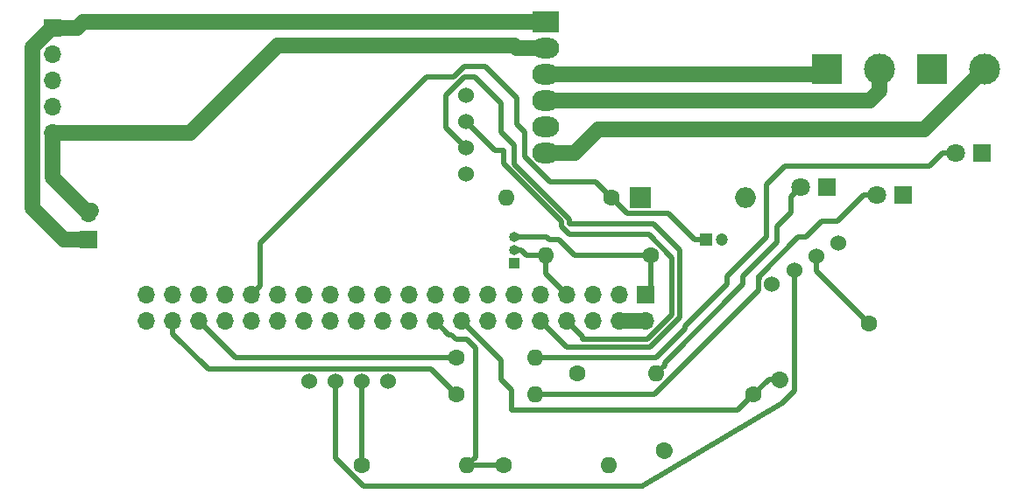
<source format=gbr>
G04 #@! TF.GenerationSoftware,KiCad,Pcbnew,(5.0.2)-1*
G04 #@! TF.CreationDate,2021-02-20T21:55:20+01:00*
G04 #@! TF.ProjectId,Radmesser,5261646d-6573-4736-9572-2e6b69636164,rev?*
G04 #@! TF.SameCoordinates,Original*
G04 #@! TF.FileFunction,Copper,L1,Top*
G04 #@! TF.FilePolarity,Positive*
%FSLAX46Y46*%
G04 Gerber Fmt 4.6, Leading zero omitted, Abs format (unit mm)*
G04 Created by KiCad (PCBNEW (5.0.2)-1) date 20.02.2021 21:55:20*
%MOMM*%
%LPD*%
G01*
G04 APERTURE LIST*
G04 #@! TA.AperFunction,ComponentPad*
%ADD10C,1.600000*%
G04 #@! TD*
G04 #@! TA.AperFunction,ComponentPad*
%ADD11O,1.600000X1.600000*%
G04 #@! TD*
G04 #@! TA.AperFunction,ComponentPad*
%ADD12C,1.530000*%
G04 #@! TD*
G04 #@! TA.AperFunction,ComponentPad*
%ADD13R,1.800000X1.800000*%
G04 #@! TD*
G04 #@! TA.AperFunction,ComponentPad*
%ADD14C,1.800000*%
G04 #@! TD*
G04 #@! TA.AperFunction,ComponentPad*
%ADD15O,1.000000X1.000000*%
G04 #@! TD*
G04 #@! TA.AperFunction,ComponentPad*
%ADD16R,1.000000X1.000000*%
G04 #@! TD*
G04 #@! TA.AperFunction,ComponentPad*
%ADD17C,1.200000*%
G04 #@! TD*
G04 #@! TA.AperFunction,ComponentPad*
%ADD18R,1.200000X1.200000*%
G04 #@! TD*
G04 #@! TA.AperFunction,Conductor*
%ADD19C,1.600000*%
G04 #@! TD*
G04 #@! TA.AperFunction,ComponentPad*
%ADD20O,2.000000X2.000000*%
G04 #@! TD*
G04 #@! TA.AperFunction,ComponentPad*
%ADD21R,2.000000X2.000000*%
G04 #@! TD*
G04 #@! TA.AperFunction,ComponentPad*
%ADD22O,1.700000X1.700000*%
G04 #@! TD*
G04 #@! TA.AperFunction,ComponentPad*
%ADD23R,1.700000X1.700000*%
G04 #@! TD*
G04 #@! TA.AperFunction,ComponentPad*
%ADD24O,2.600000X2.000000*%
G04 #@! TD*
G04 #@! TA.AperFunction,ComponentPad*
%ADD25R,2.600000X2.000000*%
G04 #@! TD*
G04 #@! TA.AperFunction,ComponentPad*
%ADD26R,3.000000X3.000000*%
G04 #@! TD*
G04 #@! TA.AperFunction,ComponentPad*
%ADD27C,3.000000*%
G04 #@! TD*
G04 #@! TA.AperFunction,Conductor*
%ADD28C,0.500000*%
G04 #@! TD*
G04 #@! TA.AperFunction,Conductor*
%ADD29C,1.500000*%
G04 #@! TD*
G04 APERTURE END LIST*
D10*
G04 #@! TO.P,R6,1*
G04 #@! TO.N,Net-(J1-Pad12)*
X188722000Y-124460000D03*
D11*
G04 #@! TO.P,R6,2*
G04 #@! TO.N,Net-(Dgrun1-Pad2)*
X196342000Y-124460000D03*
G04 #@! TD*
D12*
G04 #@! TO.P,Uvorne1,2*
G04 #@! TO.N,Net-(J1-Pad22)*
X165354000Y-125222000D03*
G04 #@! TO.P,Uvorne1,3*
G04 #@! TO.N,Net-(R4-Pad1)*
X167894000Y-125222000D03*
G04 #@! TO.P,Uvorne1,4*
G04 #@! TO.N,GND*
X170434000Y-125222001D03*
G04 #@! TO.P,Uvorne1,1*
G04 #@! TO.N,Net-(D4-Pad1)*
X162814000Y-125221999D03*
G04 #@! TD*
G04 #@! TO.P,Uhinten2,1*
G04 #@! TO.N,Net-(D4-Pad1)*
X207518938Y-115810994D03*
G04 #@! TO.P,Uhinten2,4*
G04 #@! TO.N,GND*
X213981062Y-111773006D03*
G04 #@! TO.P,Uhinten2,3*
G04 #@! TO.N,Net-(R2-Pad1)*
X211827021Y-113119003D03*
G04 #@! TO.P,Uhinten2,2*
G04 #@! TO.N,Net-(J1-Pad22)*
X209672979Y-114464997D03*
G04 #@! TD*
D13*
G04 #@! TO.P,Drot2,1*
G04 #@! TO.N,GND*
X220218000Y-107188000D03*
D14*
G04 #@! TO.P,Drot2,2*
G04 #@! TO.N,Net-(Drot2-Pad2)*
X217678000Y-107188000D03*
G04 #@! TD*
G04 #@! TO.P,Dgrun1,2*
G04 #@! TO.N,Net-(Dgrun1-Pad2)*
X210312000Y-106426000D03*
D13*
G04 #@! TO.P,Dgrun1,1*
G04 #@! TO.N,GND*
X212852000Y-106426000D03*
G04 #@! TD*
D15*
G04 #@! TO.P,U3,3*
G04 #@! TO.N,Net-(GPS1-Pad1)*
X182626000Y-111252000D03*
G04 #@! TO.P,U3,2*
G04 #@! TO.N,Net-(J1-Pad7)*
X182626000Y-112522000D03*
D16*
G04 #@! TO.P,U3,1*
G04 #@! TO.N,GND*
X182626000Y-113792000D03*
G04 #@! TD*
D17*
G04 #@! TO.P,SW1,2*
G04 #@! TO.N,Net-(J1-Pad17)*
X202668000Y-111506000D03*
D18*
G04 #@! TO.P,SW1,1*
G04 #@! TO.N,Net-(J1-Pad31)*
X201168000Y-111506000D03*
G04 #@! TD*
D10*
G04 #@! TO.P,R1,2*
G04 #@! TO.N,GND*
X197123831Y-131875980D03*
D19*
G04 #@! TD*
G04 #@! TO.N,GND*
G04 #@! TO.C,R1*
X197123831Y-131875980D02*
X197123831Y-131875980D01*
D10*
G04 #@! TO.P,R1,1*
G04 #@! TO.N,Net-(J1-Pad16)*
X205740000Y-126492000D03*
G04 #@! TD*
G04 #@! TO.P,R2,1*
G04 #@! TO.N,Net-(R2-Pad1)*
X216916000Y-119634000D03*
G04 #@! TO.P,R2,2*
G04 #@! TO.N,Net-(J1-Pad16)*
X208299831Y-125017980D03*
D19*
G04 #@! TD*
G04 #@! TO.N,Net-(J1-Pad16)*
G04 #@! TO.C,R2*
X208299831Y-125017980D02*
X208299831Y-125017980D01*
D11*
G04 #@! TO.P,R3,2*
G04 #@! TO.N,GND*
X191770000Y-133350000D03*
D10*
G04 #@! TO.P,R3,1*
G04 #@! TO.N,Net-(J1-Pad18)*
X181610000Y-133350000D03*
G04 #@! TD*
G04 #@! TO.P,R4,1*
G04 #@! TO.N,Net-(R4-Pad1)*
X167894000Y-133350000D03*
D11*
G04 #@! TO.P,R4,2*
G04 #@! TO.N,Net-(J1-Pad18)*
X178054000Y-133350000D03*
G04 #@! TD*
G04 #@! TO.P,R7,2*
G04 #@! TO.N,Net-(J1-Pad7)*
X185674000Y-113030000D03*
D10*
G04 #@! TO.P,R7,1*
G04 #@! TO.N,Net-(GPS1-Pad1)*
X195834000Y-113030000D03*
G04 #@! TD*
G04 #@! TO.P,R8,1*
G04 #@! TO.N,Net-(J1-Pad31)*
X192024000Y-107442000D03*
D11*
G04 #@! TO.P,R8,2*
G04 #@! TO.N,GND*
X181864000Y-107442000D03*
G04 #@! TD*
D14*
G04 #@! TO.P,Dgelb3,2*
G04 #@! TO.N,Net-(Dgelb3-Pad2)*
X225298000Y-103124000D03*
D13*
G04 #@! TO.P,Dgelb3,1*
G04 #@! TO.N,GND*
X227838000Y-103124000D03*
G04 #@! TD*
D11*
G04 #@! TO.P,R5,2*
G04 #@! TO.N,Net-(Drot2-Pad2)*
X184658000Y-126492000D03*
D10*
G04 #@! TO.P,R5,1*
G04 #@! TO.N,Net-(J1-Pad38)*
X177038000Y-126492000D03*
G04 #@! TD*
D11*
G04 #@! TO.P,R9,2*
G04 #@! TO.N,Net-(Dgelb3-Pad2)*
X184658000Y-122936000D03*
D10*
G04 #@! TO.P,R9,1*
G04 #@! TO.N,Net-(J1-Pad36)*
X177038000Y-122936000D03*
G04 #@! TD*
D20*
G04 #@! TO.P,D4,2*
G04 #@! TO.N,GND*
X204978000Y-107442000D03*
D21*
G04 #@! TO.P,D4,1*
G04 #@! TO.N,Net-(D4-Pad1)*
X194818000Y-107442000D03*
G04 #@! TD*
D22*
G04 #@! TO.P,J2,2*
G04 #@! TO.N,Net-(J2-Pad2)*
X141478000Y-108966000D03*
D23*
G04 #@! TO.P,J2,1*
G04 #@! TO.N,Net-(J2-Pad1)*
X141478000Y-111506000D03*
G04 #@! TD*
D12*
G04 #@! TO.P,GPS1,2*
G04 #@! TO.N,Net-(GPS1-Pad2)*
X178000000Y-100076000D03*
G04 #@! TO.P,GPS1,3*
G04 #@! TO.N,Net-(GPS1-Pad3)*
X178000000Y-102616000D03*
G04 #@! TO.P,GPS1,4*
G04 #@! TO.N,GND*
X178000000Y-105156000D03*
G04 #@! TO.P,GPS1,1*
G04 #@! TO.N,Net-(GPS1-Pad1)*
X178000000Y-97536000D03*
G04 #@! TD*
D24*
G04 #@! TO.P,U4,6*
G04 #@! TO.N,Net-(SW2-Pad2)*
X185674000Y-103124000D03*
G04 #@! TO.P,U4,5*
G04 #@! TO.N,GND*
X185674000Y-100584000D03*
G04 #@! TO.P,U4,4*
G04 #@! TO.N,Net-(J3-Pad2)*
X185674000Y-98044000D03*
G04 #@! TO.P,U4,3*
G04 #@! TO.N,Net-(J3-Pad1)*
X185674000Y-95504000D03*
G04 #@! TO.P,U4,2*
G04 #@! TO.N,Net-(J2-Pad2)*
X185674000Y-92964000D03*
D25*
G04 #@! TO.P,U4,1*
G04 #@! TO.N,Net-(J2-Pad1)*
X185674000Y-90424000D03*
G04 #@! TD*
D22*
G04 #@! TO.P,J1,40*
G04 #@! TO.N,Net-(J1-Pad40)*
X147066000Y-119380000D03*
G04 #@! TO.P,J1,39*
G04 #@! TO.N,GND*
X147066000Y-116840000D03*
G04 #@! TO.P,J1,38*
G04 #@! TO.N,Net-(J1-Pad38)*
X149606000Y-119380000D03*
G04 #@! TO.P,J1,37*
G04 #@! TO.N,Net-(J1-Pad37)*
X149606000Y-116840000D03*
G04 #@! TO.P,J1,36*
G04 #@! TO.N,Net-(J1-Pad36)*
X152146000Y-119380000D03*
G04 #@! TO.P,J1,35*
G04 #@! TO.N,Net-(J1-Pad35)*
X152146000Y-116840000D03*
G04 #@! TO.P,J1,34*
G04 #@! TO.N,GND*
X154686000Y-119380000D03*
G04 #@! TO.P,J1,33*
G04 #@! TO.N,Net-(J1-Pad33)*
X154686000Y-116840000D03*
G04 #@! TO.P,J1,32*
G04 #@! TO.N,Net-(J1-Pad32)*
X157226000Y-119380000D03*
G04 #@! TO.P,J1,31*
G04 #@! TO.N,Net-(J1-Pad31)*
X157226000Y-116840000D03*
G04 #@! TO.P,J1,30*
G04 #@! TO.N,GND*
X159766000Y-119380000D03*
G04 #@! TO.P,J1,29*
G04 #@! TO.N,Net-(J1-Pad29)*
X159766000Y-116840000D03*
G04 #@! TO.P,J1,28*
G04 #@! TO.N,Net-(J1-Pad28)*
X162306000Y-119380000D03*
G04 #@! TO.P,J1,27*
G04 #@! TO.N,Net-(J1-Pad27)*
X162306000Y-116840000D03*
G04 #@! TO.P,J1,26*
G04 #@! TO.N,Net-(J1-Pad26)*
X164846000Y-119380000D03*
G04 #@! TO.P,J1,25*
G04 #@! TO.N,GND*
X164846000Y-116840000D03*
G04 #@! TO.P,J1,24*
G04 #@! TO.N,Net-(J1-Pad24)*
X167386000Y-119380000D03*
G04 #@! TO.P,J1,23*
G04 #@! TO.N,Net-(J1-Pad23)*
X167386000Y-116840000D03*
G04 #@! TO.P,J1,22*
G04 #@! TO.N,Net-(J1-Pad22)*
X169926000Y-119380000D03*
G04 #@! TO.P,J1,21*
G04 #@! TO.N,Net-(J1-Pad21)*
X169926000Y-116840000D03*
G04 #@! TO.P,J1,20*
G04 #@! TO.N,GND*
X172466000Y-119380000D03*
G04 #@! TO.P,J1,19*
G04 #@! TO.N,Net-(J1-Pad19)*
X172466000Y-116840000D03*
G04 #@! TO.P,J1,18*
G04 #@! TO.N,Net-(J1-Pad18)*
X175006000Y-119380000D03*
G04 #@! TO.P,J1,17*
G04 #@! TO.N,Net-(J1-Pad17)*
X175006000Y-116840000D03*
G04 #@! TO.P,J1,16*
G04 #@! TO.N,Net-(J1-Pad16)*
X177546000Y-119380000D03*
G04 #@! TO.P,J1,15*
G04 #@! TO.N,Net-(J1-Pad15)*
X177546000Y-116840000D03*
G04 #@! TO.P,J1,14*
G04 #@! TO.N,GND*
X180086000Y-119380000D03*
G04 #@! TO.P,J1,13*
G04 #@! TO.N,Net-(J1-Pad13)*
X180086000Y-116840000D03*
G04 #@! TO.P,J1,12*
G04 #@! TO.N,Net-(J1-Pad12)*
X182626000Y-119380000D03*
G04 #@! TO.P,J1,11*
G04 #@! TO.N,Net-(J1-Pad11)*
X182626000Y-116840000D03*
G04 #@! TO.P,J1,10*
G04 #@! TO.N,Net-(GPS1-Pad3)*
X185166000Y-119380000D03*
G04 #@! TO.P,J1,9*
G04 #@! TO.N,GND*
X185166000Y-116840000D03*
G04 #@! TO.P,J1,8*
G04 #@! TO.N,Net-(GPS1-Pad2)*
X187706000Y-119380000D03*
G04 #@! TO.P,J1,7*
G04 #@! TO.N,Net-(J1-Pad7)*
X187706000Y-116840000D03*
G04 #@! TO.P,J1,6*
G04 #@! TO.N,GND*
X190246000Y-119380000D03*
G04 #@! TO.P,J1,5*
G04 #@! TO.N,Net-(J1-Pad5)*
X190246000Y-116840000D03*
G04 #@! TO.P,J1,4*
G04 #@! TO.N,Net-(D4-Pad1)*
X192786000Y-119380000D03*
G04 #@! TO.P,J1,3*
G04 #@! TO.N,Net-(J1-Pad3)*
X192786000Y-116840000D03*
G04 #@! TO.P,J1,2*
G04 #@! TO.N,Net-(D4-Pad1)*
X195326000Y-119380000D03*
D23*
G04 #@! TO.P,J1,1*
G04 #@! TO.N,Net-(GPS1-Pad1)*
X195326000Y-116840000D03*
G04 #@! TD*
D26*
G04 #@! TO.P,J3,1*
G04 #@! TO.N,Net-(J3-Pad1)*
X212852000Y-94996000D03*
D27*
G04 #@! TO.P,J3,2*
G04 #@! TO.N,Net-(J3-Pad2)*
X217932000Y-94996000D03*
G04 #@! TD*
G04 #@! TO.P,SW2,2*
G04 #@! TO.N,Net-(SW2-Pad2)*
X228092000Y-94996000D03*
D26*
G04 #@! TO.P,SW2,1*
G04 #@! TO.N,Net-(D4-Pad1)*
X223012000Y-94996000D03*
G04 #@! TD*
D22*
G04 #@! TO.P,J4,5*
G04 #@! TO.N,Net-(J2-Pad2)*
X138000000Y-101160000D03*
G04 #@! TO.P,J4,4*
G04 #@! TO.N,Net-(J4-Pad4)*
X138000000Y-98620000D03*
G04 #@! TO.P,J4,3*
G04 #@! TO.N,Net-(J4-Pad3)*
X138000000Y-96080000D03*
G04 #@! TO.P,J4,2*
G04 #@! TO.N,Net-(J4-Pad2)*
X138000000Y-93540000D03*
D23*
G04 #@! TO.P,J4,1*
G04 #@! TO.N,Net-(J2-Pad1)*
X138000000Y-91000000D03*
G04 #@! TD*
D28*
G04 #@! TO.N,Net-(Dgrun1-Pad2)*
X197141999Y-123660001D02*
X196342000Y-124460000D01*
X197141999Y-123399769D02*
X197141999Y-123660001D01*
X204717768Y-115824000D02*
X197141999Y-123399769D01*
X204717768Y-115068232D02*
X204717768Y-115824000D01*
X209412001Y-107325999D02*
X209412001Y-108849999D01*
X210312000Y-106426000D02*
X209412001Y-107325999D01*
X209412001Y-108849999D02*
X208026000Y-110236000D01*
X208026000Y-111760000D02*
X204717768Y-115068232D01*
X208026000Y-110236000D02*
X208026000Y-111760000D01*
G04 #@! TO.N,Net-(Drot2-Pad2)*
X196160002Y-126492000D02*
X206248000Y-116404002D01*
X184658000Y-126492000D02*
X196160002Y-126492000D01*
X206248000Y-115062000D02*
X206248000Y-115570000D01*
X206248000Y-116404002D02*
X206248000Y-115570000D01*
X216405208Y-107188000D02*
X217678000Y-107188000D01*
X213865208Y-109728000D02*
X216405208Y-107188000D01*
X212344000Y-109728000D02*
X213865208Y-109728000D01*
X206248000Y-115283730D02*
X206280270Y-115283730D01*
X206248000Y-115570000D02*
X206248000Y-115283730D01*
X206280270Y-115283730D02*
X206280270Y-115029730D01*
X206280270Y-115029730D02*
X210058000Y-111252000D01*
X210058000Y-111252000D02*
X210820000Y-111252000D01*
X210820000Y-111252000D02*
X212344000Y-109728000D01*
G04 #@! TO.N,Net-(GPS1-Pad2)*
X187960000Y-110998000D02*
X187198000Y-110236000D01*
X189230000Y-120904000D02*
X189230000Y-121158000D01*
X187706000Y-119380000D02*
X189230000Y-120904000D01*
X189230000Y-121158000D02*
X195472002Y-121158000D01*
X195652002Y-110998000D02*
X187960000Y-110998000D01*
X195472002Y-121158000D02*
X197866000Y-118764002D01*
X197866000Y-118764002D02*
X197866000Y-113211998D01*
X197866000Y-113211998D02*
X195652002Y-110998000D01*
X181610000Y-102870000D02*
X181610000Y-104140000D01*
X187198000Y-109728000D02*
X187198000Y-110236000D01*
X181610000Y-104140000D02*
X187198000Y-109728000D01*
X180794000Y-102870000D02*
X178000000Y-100076000D01*
X181610000Y-102870000D02*
X180794000Y-102870000D01*
G04 #@! TO.N,Net-(GPS1-Pad1)*
X195834000Y-116332000D02*
X195326000Y-116840000D01*
X195834000Y-113030000D02*
X195834000Y-116332000D01*
X186944000Y-111506000D02*
X188468000Y-113030000D01*
X188468000Y-113030000D02*
X195834000Y-113030000D01*
X186000002Y-111506000D02*
X186944000Y-111506000D01*
X185746002Y-111252000D02*
X186000002Y-111506000D01*
X182626000Y-111252000D02*
X185746002Y-111252000D01*
G04 #@! TO.N,Net-(J1-Pad36)*
X155702000Y-122936000D02*
X177038000Y-122936000D01*
X152146000Y-119380000D02*
X155702000Y-122936000D01*
G04 #@! TO.N,Net-(J1-Pad22)*
X165354000Y-132660002D02*
X168075998Y-135382000D01*
X165354000Y-125222000D02*
X165354000Y-132660002D01*
X195009565Y-135382000D02*
X208500652Y-127287348D01*
X168075998Y-135382000D02*
X195009565Y-135382000D01*
X209672979Y-126115021D02*
X209672979Y-114464997D01*
X208500652Y-127287348D02*
X209672979Y-126115021D01*
G04 #@! TO.N,Net-(J1-Pad18)*
X178054000Y-133350000D02*
X181610000Y-133350000D01*
X176306001Y-120680001D02*
X176560001Y-120680001D01*
X175006000Y-119380000D02*
X176306001Y-120680001D01*
X176560001Y-120680001D02*
X177038000Y-121158000D01*
X177038000Y-121158000D02*
X178054000Y-121158000D01*
X178853999Y-132550001D02*
X178054000Y-133350000D01*
X178853999Y-121957999D02*
X178853999Y-132550001D01*
X178054000Y-121158000D02*
X178853999Y-121957999D01*
G04 #@! TO.N,Net-(J1-Pad16)*
X177546000Y-119380000D02*
X181356000Y-123190000D01*
X181356000Y-125040002D02*
X182372000Y-126056002D01*
X181356000Y-123190000D02*
X181356000Y-125040002D01*
X182372000Y-126056002D02*
X182372000Y-128016000D01*
X204216000Y-128016000D02*
X205740000Y-126492000D01*
X182372000Y-128016000D02*
X204216000Y-128016000D01*
X207214020Y-125017980D02*
X205740000Y-126492000D01*
X208299831Y-125017980D02*
X207214020Y-125017980D01*
G04 #@! TO.N,Net-(J1-Pad7)*
X185674000Y-114808000D02*
X187706000Y-116840000D01*
X185674000Y-113030000D02*
X185674000Y-114808000D01*
X185674000Y-113030000D02*
X184542630Y-113030000D01*
X183841106Y-113030000D02*
X184542630Y-113030000D01*
X183333106Y-112522000D02*
X183841106Y-113030000D01*
X182626000Y-112522000D02*
X183333106Y-112522000D01*
G04 #@! TO.N,Net-(R2-Pad1)*
X211827021Y-114545021D02*
X216916000Y-119634000D01*
X211827021Y-113119003D02*
X211827021Y-114545021D01*
G04 #@! TO.N,Net-(R4-Pad1)*
X167894000Y-125222000D02*
X167894000Y-133350000D01*
G04 #@! TO.N,Net-(GPS1-Pad3)*
X182626000Y-104166038D02*
X182626000Y-102362000D01*
X187960000Y-109982000D02*
X187960000Y-109500038D01*
X187706000Y-121920000D02*
X195699965Y-121920000D01*
X185166000Y-119380000D02*
X187706000Y-121920000D01*
X195699965Y-121920000D02*
X198628000Y-118991965D01*
X187960000Y-109500038D02*
X182626000Y-104166038D01*
X198628000Y-112522000D02*
X196088000Y-109982000D01*
X198628000Y-118991965D02*
X198628000Y-112522000D01*
X196088000Y-109982000D02*
X187960000Y-109982000D01*
X182626000Y-102362000D02*
X181356000Y-101092000D01*
X181356000Y-101092000D02*
X181356000Y-98298000D01*
X181356000Y-98298000D02*
X178816000Y-95758000D01*
X177773962Y-95758000D02*
X175995962Y-97536000D01*
X178816000Y-95758000D02*
X177773962Y-95758000D01*
X175995962Y-100611962D02*
X178000000Y-102616000D01*
X175995962Y-97536000D02*
X175995962Y-100611962D01*
G04 #@! TO.N,Net-(Dgelb3-Pad2)*
X196342000Y-122936000D02*
X184658000Y-122936000D01*
X199136000Y-120142000D02*
X196342000Y-122936000D01*
X203200000Y-115824000D02*
X199136000Y-119888000D01*
X199136000Y-119888000D02*
X199136000Y-120142000D01*
X224025208Y-103124000D02*
X222755208Y-104394000D01*
X222755208Y-104394000D02*
X208788000Y-104394000D01*
X208788000Y-104394000D02*
X207010000Y-106172000D01*
X207010000Y-106172000D02*
X207010000Y-111252000D01*
X203200000Y-115062000D02*
X203200000Y-115824000D01*
X207010000Y-111252000D02*
X203200000Y-115062000D01*
X225298000Y-103124000D02*
X224025208Y-103124000D01*
G04 #@! TO.N,Net-(J1-Pad31)*
X156888000Y-116840000D02*
X157226000Y-116840000D01*
X192823999Y-108258001D02*
X193531998Y-108966000D01*
X192024000Y-107442000D02*
X192823999Y-108241999D01*
X192823999Y-108241999D02*
X192823999Y-108258001D01*
X200068000Y-111506000D02*
X201168000Y-111506000D01*
X197528000Y-108966000D02*
X200068000Y-111506000D01*
X193531998Y-108966000D02*
X197528000Y-108966000D01*
X190500000Y-105918000D02*
X192024000Y-107442000D01*
X186117377Y-105918000D02*
X190500000Y-105918000D01*
X183642000Y-101092000D02*
X183642000Y-103442623D01*
X182880000Y-100330000D02*
X183642000Y-101092000D01*
X182880000Y-97790000D02*
X182880000Y-100330000D01*
X179832000Y-94742000D02*
X182880000Y-97790000D01*
X158075999Y-115990001D02*
X158075999Y-111808036D01*
X157226000Y-116840000D02*
X158075999Y-115990001D01*
X158075999Y-111808036D02*
X174126035Y-95758000D01*
X183642000Y-103442623D02*
X186117377Y-105918000D01*
X174126035Y-95758000D02*
X176784000Y-95758000D01*
X176784000Y-95758000D02*
X177800000Y-94742000D01*
X177800000Y-94742000D02*
X179832000Y-94742000D01*
G04 #@! TO.N,Net-(J1-Pad38)*
X176238001Y-125692001D02*
X177038000Y-126492000D01*
X174552998Y-124006998D02*
X176238001Y-125692001D01*
X153030917Y-124006998D02*
X174552998Y-124006998D01*
X149606000Y-120582081D02*
X153030917Y-124006998D01*
X149606000Y-119380000D02*
X149606000Y-120582081D01*
D29*
G04 #@! TO.N,Net-(D4-Pad1)*
X192786000Y-119380000D02*
X195326000Y-119380000D01*
G04 #@! TO.N,Net-(J2-Pad2)*
X182620000Y-92710000D02*
X159766000Y-92710000D01*
X182874000Y-92964000D02*
X182620000Y-92710000D01*
X185674000Y-92964000D02*
X182874000Y-92964000D01*
X141732000Y-108712000D02*
X141478000Y-108966000D01*
X151316000Y-101160000D02*
X159766000Y-92710000D01*
X138000000Y-101160000D02*
X151316000Y-101160000D01*
X138000000Y-105488000D02*
X141478000Y-108966000D01*
X138000000Y-101160000D02*
X138000000Y-105488000D01*
G04 #@! TO.N,Net-(J2-Pad1)*
X141205998Y-111506000D02*
X141478000Y-111506000D01*
X185674000Y-90424000D02*
X152400000Y-90424000D01*
X140926000Y-90424000D02*
X152400000Y-90424000D01*
X140350000Y-91000000D02*
X140926000Y-90424000D01*
X138000000Y-91000000D02*
X140350000Y-91000000D01*
X137875998Y-91000000D02*
X136025010Y-92850988D01*
X138000000Y-91000000D02*
X137875998Y-91000000D01*
X139128000Y-111506000D02*
X141478000Y-111506000D01*
X136025010Y-108403010D02*
X139128000Y-111506000D01*
X136025010Y-92850988D02*
X136025010Y-108403010D01*
G04 #@! TO.N,Net-(J3-Pad1)*
X212344000Y-95504000D02*
X212852000Y-94996000D01*
X185674000Y-95504000D02*
X212344000Y-95504000D01*
G04 #@! TO.N,Net-(J3-Pad2)*
X213360000Y-98044000D02*
X185674000Y-98044000D01*
X217932000Y-97117320D02*
X217005320Y-98044000D01*
X217932000Y-94996000D02*
X217932000Y-97117320D01*
X217005320Y-98044000D02*
X213360000Y-98044000D01*
G04 #@! TO.N,Net-(SW2-Pad2)*
X222250000Y-100838000D02*
X228092000Y-94996000D01*
X190760000Y-100838000D02*
X222250000Y-100838000D01*
X185674000Y-103124000D02*
X188474000Y-103124000D01*
X188474000Y-103124000D02*
X190760000Y-100838000D01*
G04 #@! TD*
M02*

</source>
